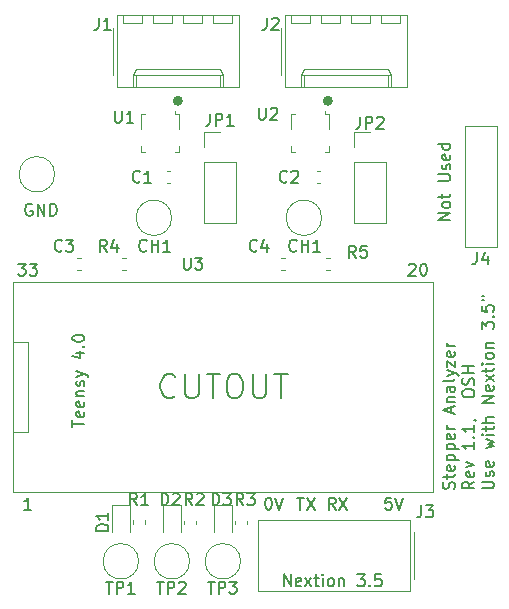
<source format=gbr>
G04 #@! TF.GenerationSoftware,KiCad,Pcbnew,(5.1.6)-1*
G04 #@! TF.CreationDate,2020-07-11T11:36:55-07:00*
G04 #@! TF.ProjectId,stepper_analyzer,73746570-7065-4725-9f61-6e616c797a65,rev?*
G04 #@! TF.SameCoordinates,Original*
G04 #@! TF.FileFunction,Legend,Top*
G04 #@! TF.FilePolarity,Positive*
%FSLAX46Y46*%
G04 Gerber Fmt 4.6, Leading zero omitted, Abs format (unit mm)*
G04 Created by KiCad (PCBNEW (5.1.6)-1) date 2020-07-11 11:36:55*
%MOMM*%
%LPD*%
G01*
G04 APERTURE LIST*
%ADD10C,0.150000*%
%ADD11C,0.120000*%
%ADD12C,0.400000*%
G04 APERTURE END LIST*
D10*
X149042380Y-78531404D02*
X148042380Y-78531404D01*
X149042380Y-77959976D01*
X148042380Y-77959976D01*
X149042380Y-77340928D02*
X148994761Y-77436166D01*
X148947142Y-77483785D01*
X148851904Y-77531404D01*
X148566190Y-77531404D01*
X148470952Y-77483785D01*
X148423333Y-77436166D01*
X148375714Y-77340928D01*
X148375714Y-77198071D01*
X148423333Y-77102833D01*
X148470952Y-77055214D01*
X148566190Y-77007595D01*
X148851904Y-77007595D01*
X148947142Y-77055214D01*
X148994761Y-77102833D01*
X149042380Y-77198071D01*
X149042380Y-77340928D01*
X148375714Y-76721880D02*
X148375714Y-76340928D01*
X148042380Y-76579023D02*
X148899523Y-76579023D01*
X148994761Y-76531404D01*
X149042380Y-76436166D01*
X149042380Y-76340928D01*
X148042380Y-75245690D02*
X148851904Y-75245690D01*
X148947142Y-75198071D01*
X148994761Y-75150452D01*
X149042380Y-75055214D01*
X149042380Y-74864738D01*
X148994761Y-74769500D01*
X148947142Y-74721880D01*
X148851904Y-74674261D01*
X148042380Y-74674261D01*
X148994761Y-74245690D02*
X149042380Y-74150452D01*
X149042380Y-73959976D01*
X148994761Y-73864738D01*
X148899523Y-73817119D01*
X148851904Y-73817119D01*
X148756666Y-73864738D01*
X148709047Y-73959976D01*
X148709047Y-74102833D01*
X148661428Y-74198071D01*
X148566190Y-74245690D01*
X148518571Y-74245690D01*
X148423333Y-74198071D01*
X148375714Y-74102833D01*
X148375714Y-73959976D01*
X148423333Y-73864738D01*
X148994761Y-73007595D02*
X149042380Y-73102833D01*
X149042380Y-73293309D01*
X148994761Y-73388547D01*
X148899523Y-73436166D01*
X148518571Y-73436166D01*
X148423333Y-73388547D01*
X148375714Y-73293309D01*
X148375714Y-73102833D01*
X148423333Y-73007595D01*
X148518571Y-72959976D01*
X148613809Y-72959976D01*
X148709047Y-73436166D01*
X149042380Y-72102833D02*
X148042380Y-72102833D01*
X148994761Y-72102833D02*
X149042380Y-72198071D01*
X149042380Y-72388547D01*
X148994761Y-72483785D01*
X148947142Y-72531404D01*
X148851904Y-72579023D01*
X148566190Y-72579023D01*
X148470952Y-72531404D01*
X148423333Y-72483785D01*
X148375714Y-72388547D01*
X148375714Y-72198071D01*
X148423333Y-72102833D01*
X136035023Y-81129142D02*
X135987404Y-81176761D01*
X135844547Y-81224380D01*
X135749309Y-81224380D01*
X135606452Y-81176761D01*
X135511214Y-81081523D01*
X135463595Y-80986285D01*
X135415976Y-80795809D01*
X135415976Y-80652952D01*
X135463595Y-80462476D01*
X135511214Y-80367238D01*
X135606452Y-80272000D01*
X135749309Y-80224380D01*
X135844547Y-80224380D01*
X135987404Y-80272000D01*
X136035023Y-80319619D01*
X136463595Y-81224380D02*
X136463595Y-80224380D01*
X136463595Y-80700571D02*
X137035023Y-80700571D01*
X137035023Y-81224380D02*
X137035023Y-80224380D01*
X138035023Y-81224380D02*
X137463595Y-81224380D01*
X137749309Y-81224380D02*
X137749309Y-80224380D01*
X137654071Y-80367238D01*
X137558833Y-80462476D01*
X137463595Y-80510095D01*
X123335023Y-81129142D02*
X123287404Y-81176761D01*
X123144547Y-81224380D01*
X123049309Y-81224380D01*
X122906452Y-81176761D01*
X122811214Y-81081523D01*
X122763595Y-80986285D01*
X122715976Y-80795809D01*
X122715976Y-80652952D01*
X122763595Y-80462476D01*
X122811214Y-80367238D01*
X122906452Y-80272000D01*
X123049309Y-80224380D01*
X123144547Y-80224380D01*
X123287404Y-80272000D01*
X123335023Y-80319619D01*
X123763595Y-81224380D02*
X123763595Y-80224380D01*
X123763595Y-80700571D02*
X124335023Y-80700571D01*
X124335023Y-81224380D02*
X124335023Y-80224380D01*
X125335023Y-81224380D02*
X124763595Y-81224380D01*
X125049309Y-81224380D02*
X125049309Y-80224380D01*
X124954071Y-80367238D01*
X124858833Y-80462476D01*
X124763595Y-80510095D01*
X113635404Y-77224000D02*
X113540166Y-77176380D01*
X113397309Y-77176380D01*
X113254452Y-77224000D01*
X113159214Y-77319238D01*
X113111595Y-77414476D01*
X113063976Y-77604952D01*
X113063976Y-77747809D01*
X113111595Y-77938285D01*
X113159214Y-78033523D01*
X113254452Y-78128761D01*
X113397309Y-78176380D01*
X113492547Y-78176380D01*
X113635404Y-78128761D01*
X113683023Y-78081142D01*
X113683023Y-77747809D01*
X113492547Y-77747809D01*
X114111595Y-78176380D02*
X114111595Y-77176380D01*
X114683023Y-78176380D01*
X114683023Y-77176380D01*
X115159214Y-78176380D02*
X115159214Y-77176380D01*
X115397309Y-77176380D01*
X115540166Y-77224000D01*
X115635404Y-77319238D01*
X115683023Y-77414476D01*
X115730642Y-77604952D01*
X115730642Y-77747809D01*
X115683023Y-77938285D01*
X115635404Y-78033523D01*
X115540166Y-78128761D01*
X115397309Y-78176380D01*
X115159214Y-78176380D01*
X117054380Y-96073261D02*
X117054380Y-95501833D01*
X118054380Y-95787547D02*
X117054380Y-95787547D01*
X118006761Y-94787547D02*
X118054380Y-94882785D01*
X118054380Y-95073261D01*
X118006761Y-95168500D01*
X117911523Y-95216119D01*
X117530571Y-95216119D01*
X117435333Y-95168500D01*
X117387714Y-95073261D01*
X117387714Y-94882785D01*
X117435333Y-94787547D01*
X117530571Y-94739928D01*
X117625809Y-94739928D01*
X117721047Y-95216119D01*
X118006761Y-93930404D02*
X118054380Y-94025642D01*
X118054380Y-94216119D01*
X118006761Y-94311357D01*
X117911523Y-94358976D01*
X117530571Y-94358976D01*
X117435333Y-94311357D01*
X117387714Y-94216119D01*
X117387714Y-94025642D01*
X117435333Y-93930404D01*
X117530571Y-93882785D01*
X117625809Y-93882785D01*
X117721047Y-94358976D01*
X117387714Y-93454214D02*
X118054380Y-93454214D01*
X117482952Y-93454214D02*
X117435333Y-93406595D01*
X117387714Y-93311357D01*
X117387714Y-93168500D01*
X117435333Y-93073261D01*
X117530571Y-93025642D01*
X118054380Y-93025642D01*
X118006761Y-92597071D02*
X118054380Y-92501833D01*
X118054380Y-92311357D01*
X118006761Y-92216119D01*
X117911523Y-92168500D01*
X117863904Y-92168500D01*
X117768666Y-92216119D01*
X117721047Y-92311357D01*
X117721047Y-92454214D01*
X117673428Y-92549452D01*
X117578190Y-92597071D01*
X117530571Y-92597071D01*
X117435333Y-92549452D01*
X117387714Y-92454214D01*
X117387714Y-92311357D01*
X117435333Y-92216119D01*
X117387714Y-91835166D02*
X118054380Y-91597071D01*
X117387714Y-91358976D02*
X118054380Y-91597071D01*
X118292476Y-91692309D01*
X118340095Y-91739928D01*
X118387714Y-91835166D01*
X117387714Y-89787547D02*
X118054380Y-89787547D01*
X117006761Y-90025642D02*
X117721047Y-90263738D01*
X117721047Y-89644690D01*
X117959142Y-89263738D02*
X118006761Y-89216119D01*
X118054380Y-89263738D01*
X118006761Y-89311357D01*
X117959142Y-89263738D01*
X118054380Y-89263738D01*
X117054380Y-88597071D02*
X117054380Y-88501833D01*
X117102000Y-88406595D01*
X117149619Y-88358976D01*
X117244857Y-88311357D01*
X117435333Y-88263738D01*
X117673428Y-88263738D01*
X117863904Y-88311357D01*
X117959142Y-88358976D01*
X118006761Y-88406595D01*
X118054380Y-88501833D01*
X118054380Y-88597071D01*
X118006761Y-88692309D01*
X117959142Y-88739928D01*
X117863904Y-88787547D01*
X117673428Y-88835166D01*
X117435333Y-88835166D01*
X117244857Y-88787547D01*
X117149619Y-88739928D01*
X117102000Y-88692309D01*
X117054380Y-88597071D01*
X134955595Y-109545380D02*
X134955595Y-108545380D01*
X135527023Y-109545380D01*
X135527023Y-108545380D01*
X136384166Y-109497761D02*
X136288928Y-109545380D01*
X136098452Y-109545380D01*
X136003214Y-109497761D01*
X135955595Y-109402523D01*
X135955595Y-109021571D01*
X136003214Y-108926333D01*
X136098452Y-108878714D01*
X136288928Y-108878714D01*
X136384166Y-108926333D01*
X136431785Y-109021571D01*
X136431785Y-109116809D01*
X135955595Y-109212047D01*
X136765119Y-109545380D02*
X137288928Y-108878714D01*
X136765119Y-108878714D02*
X137288928Y-109545380D01*
X137527023Y-108878714D02*
X137907976Y-108878714D01*
X137669880Y-108545380D02*
X137669880Y-109402523D01*
X137717500Y-109497761D01*
X137812738Y-109545380D01*
X137907976Y-109545380D01*
X138241309Y-109545380D02*
X138241309Y-108878714D01*
X138241309Y-108545380D02*
X138193690Y-108593000D01*
X138241309Y-108640619D01*
X138288928Y-108593000D01*
X138241309Y-108545380D01*
X138241309Y-108640619D01*
X138860357Y-109545380D02*
X138765119Y-109497761D01*
X138717500Y-109450142D01*
X138669880Y-109354904D01*
X138669880Y-109069190D01*
X138717500Y-108973952D01*
X138765119Y-108926333D01*
X138860357Y-108878714D01*
X139003214Y-108878714D01*
X139098452Y-108926333D01*
X139146071Y-108973952D01*
X139193690Y-109069190D01*
X139193690Y-109354904D01*
X139146071Y-109450142D01*
X139098452Y-109497761D01*
X139003214Y-109545380D01*
X138860357Y-109545380D01*
X139622261Y-108878714D02*
X139622261Y-109545380D01*
X139622261Y-108973952D02*
X139669880Y-108926333D01*
X139765119Y-108878714D01*
X139907976Y-108878714D01*
X140003214Y-108926333D01*
X140050833Y-109021571D01*
X140050833Y-109545380D01*
X141193690Y-108545380D02*
X141812738Y-108545380D01*
X141479404Y-108926333D01*
X141622261Y-108926333D01*
X141717500Y-108973952D01*
X141765119Y-109021571D01*
X141812738Y-109116809D01*
X141812738Y-109354904D01*
X141765119Y-109450142D01*
X141717500Y-109497761D01*
X141622261Y-109545380D01*
X141336547Y-109545380D01*
X141241309Y-109497761D01*
X141193690Y-109450142D01*
X142241309Y-109450142D02*
X142288928Y-109497761D01*
X142241309Y-109545380D01*
X142193690Y-109497761D01*
X142241309Y-109450142D01*
X142241309Y-109545380D01*
X143193690Y-108545380D02*
X142717500Y-108545380D01*
X142669880Y-109021571D01*
X142717500Y-108973952D01*
X142812738Y-108926333D01*
X143050833Y-108926333D01*
X143146071Y-108973952D01*
X143193690Y-109021571D01*
X143241309Y-109116809D01*
X143241309Y-109354904D01*
X143193690Y-109450142D01*
X143146071Y-109497761D01*
X143050833Y-109545380D01*
X142812738Y-109545380D01*
X142717500Y-109497761D01*
X142669880Y-109450142D01*
X144067785Y-102068380D02*
X143591595Y-102068380D01*
X143543976Y-102544571D01*
X143591595Y-102496952D01*
X143686833Y-102449333D01*
X143924928Y-102449333D01*
X144020166Y-102496952D01*
X144067785Y-102544571D01*
X144115404Y-102639809D01*
X144115404Y-102877904D01*
X144067785Y-102973142D01*
X144020166Y-103020761D01*
X143924928Y-103068380D01*
X143686833Y-103068380D01*
X143591595Y-103020761D01*
X143543976Y-102973142D01*
X144401119Y-102068380D02*
X144734452Y-103068380D01*
X145067785Y-102068380D01*
X133622071Y-102068380D02*
X133717309Y-102068380D01*
X133812547Y-102116000D01*
X133860166Y-102163619D01*
X133907785Y-102258857D01*
X133955404Y-102449333D01*
X133955404Y-102687428D01*
X133907785Y-102877904D01*
X133860166Y-102973142D01*
X133812547Y-103020761D01*
X133717309Y-103068380D01*
X133622071Y-103068380D01*
X133526833Y-103020761D01*
X133479214Y-102973142D01*
X133431595Y-102877904D01*
X133383976Y-102687428D01*
X133383976Y-102449333D01*
X133431595Y-102258857D01*
X133479214Y-102163619D01*
X133526833Y-102116000D01*
X133622071Y-102068380D01*
X134241119Y-102068380D02*
X134574452Y-103068380D01*
X134907785Y-102068380D01*
X136082738Y-102068380D02*
X136654166Y-102068380D01*
X136368452Y-103068380D02*
X136368452Y-102068380D01*
X136892261Y-102068380D02*
X137558928Y-103068380D01*
X137558928Y-102068380D02*
X136892261Y-103068380D01*
X139337023Y-103068380D02*
X139003690Y-102592190D01*
X138765595Y-103068380D02*
X138765595Y-102068380D01*
X139146547Y-102068380D01*
X139241785Y-102116000D01*
X139289404Y-102163619D01*
X139337023Y-102258857D01*
X139337023Y-102401714D01*
X139289404Y-102496952D01*
X139241785Y-102544571D01*
X139146547Y-102592190D01*
X138765595Y-102592190D01*
X139670357Y-102068380D02*
X140337023Y-103068380D01*
X140337023Y-102068380D02*
X139670357Y-103068380D01*
X149376761Y-101312023D02*
X149424380Y-101169166D01*
X149424380Y-100931071D01*
X149376761Y-100835833D01*
X149329142Y-100788214D01*
X149233904Y-100740595D01*
X149138666Y-100740595D01*
X149043428Y-100788214D01*
X148995809Y-100835833D01*
X148948190Y-100931071D01*
X148900571Y-101121547D01*
X148852952Y-101216785D01*
X148805333Y-101264404D01*
X148710095Y-101312023D01*
X148614857Y-101312023D01*
X148519619Y-101264404D01*
X148472000Y-101216785D01*
X148424380Y-101121547D01*
X148424380Y-100883452D01*
X148472000Y-100740595D01*
X148757714Y-100454880D02*
X148757714Y-100073928D01*
X148424380Y-100312023D02*
X149281523Y-100312023D01*
X149376761Y-100264404D01*
X149424380Y-100169166D01*
X149424380Y-100073928D01*
X149376761Y-99359642D02*
X149424380Y-99454880D01*
X149424380Y-99645357D01*
X149376761Y-99740595D01*
X149281523Y-99788214D01*
X148900571Y-99788214D01*
X148805333Y-99740595D01*
X148757714Y-99645357D01*
X148757714Y-99454880D01*
X148805333Y-99359642D01*
X148900571Y-99312023D01*
X148995809Y-99312023D01*
X149091047Y-99788214D01*
X148757714Y-98883452D02*
X149757714Y-98883452D01*
X148805333Y-98883452D02*
X148757714Y-98788214D01*
X148757714Y-98597738D01*
X148805333Y-98502500D01*
X148852952Y-98454880D01*
X148948190Y-98407261D01*
X149233904Y-98407261D01*
X149329142Y-98454880D01*
X149376761Y-98502500D01*
X149424380Y-98597738D01*
X149424380Y-98788214D01*
X149376761Y-98883452D01*
X148757714Y-97978690D02*
X149757714Y-97978690D01*
X148805333Y-97978690D02*
X148757714Y-97883452D01*
X148757714Y-97692976D01*
X148805333Y-97597738D01*
X148852952Y-97550119D01*
X148948190Y-97502500D01*
X149233904Y-97502500D01*
X149329142Y-97550119D01*
X149376761Y-97597738D01*
X149424380Y-97692976D01*
X149424380Y-97883452D01*
X149376761Y-97978690D01*
X149376761Y-96692976D02*
X149424380Y-96788214D01*
X149424380Y-96978690D01*
X149376761Y-97073928D01*
X149281523Y-97121547D01*
X148900571Y-97121547D01*
X148805333Y-97073928D01*
X148757714Y-96978690D01*
X148757714Y-96788214D01*
X148805333Y-96692976D01*
X148900571Y-96645357D01*
X148995809Y-96645357D01*
X149091047Y-97121547D01*
X149424380Y-96216785D02*
X148757714Y-96216785D01*
X148948190Y-96216785D02*
X148852952Y-96169166D01*
X148805333Y-96121547D01*
X148757714Y-96026309D01*
X148757714Y-95931071D01*
X149138666Y-94883452D02*
X149138666Y-94407261D01*
X149424380Y-94978690D02*
X148424380Y-94645357D01*
X149424380Y-94312023D01*
X148757714Y-93978690D02*
X149424380Y-93978690D01*
X148852952Y-93978690D02*
X148805333Y-93931071D01*
X148757714Y-93835833D01*
X148757714Y-93692976D01*
X148805333Y-93597738D01*
X148900571Y-93550119D01*
X149424380Y-93550119D01*
X149424380Y-92645357D02*
X148900571Y-92645357D01*
X148805333Y-92692976D01*
X148757714Y-92788214D01*
X148757714Y-92978690D01*
X148805333Y-93073928D01*
X149376761Y-92645357D02*
X149424380Y-92740595D01*
X149424380Y-92978690D01*
X149376761Y-93073928D01*
X149281523Y-93121547D01*
X149186285Y-93121547D01*
X149091047Y-93073928D01*
X149043428Y-92978690D01*
X149043428Y-92740595D01*
X148995809Y-92645357D01*
X149424380Y-92026309D02*
X149376761Y-92121547D01*
X149281523Y-92169166D01*
X148424380Y-92169166D01*
X148757714Y-91740595D02*
X149424380Y-91502500D01*
X148757714Y-91264404D02*
X149424380Y-91502500D01*
X149662476Y-91597738D01*
X149710095Y-91645357D01*
X149757714Y-91740595D01*
X148757714Y-90978690D02*
X148757714Y-90454880D01*
X149424380Y-90978690D01*
X149424380Y-90454880D01*
X149376761Y-89692976D02*
X149424380Y-89788214D01*
X149424380Y-89978690D01*
X149376761Y-90073928D01*
X149281523Y-90121547D01*
X148900571Y-90121547D01*
X148805333Y-90073928D01*
X148757714Y-89978690D01*
X148757714Y-89788214D01*
X148805333Y-89692976D01*
X148900571Y-89645357D01*
X148995809Y-89645357D01*
X149091047Y-90121547D01*
X149424380Y-89216785D02*
X148757714Y-89216785D01*
X148948190Y-89216785D02*
X148852952Y-89169166D01*
X148805333Y-89121547D01*
X148757714Y-89026309D01*
X148757714Y-88931071D01*
X151074380Y-100692976D02*
X150598190Y-101026309D01*
X151074380Y-101264404D02*
X150074380Y-101264404D01*
X150074380Y-100883452D01*
X150122000Y-100788214D01*
X150169619Y-100740595D01*
X150264857Y-100692976D01*
X150407714Y-100692976D01*
X150502952Y-100740595D01*
X150550571Y-100788214D01*
X150598190Y-100883452D01*
X150598190Y-101264404D01*
X151026761Y-99883452D02*
X151074380Y-99978690D01*
X151074380Y-100169166D01*
X151026761Y-100264404D01*
X150931523Y-100312023D01*
X150550571Y-100312023D01*
X150455333Y-100264404D01*
X150407714Y-100169166D01*
X150407714Y-99978690D01*
X150455333Y-99883452D01*
X150550571Y-99835833D01*
X150645809Y-99835833D01*
X150741047Y-100312023D01*
X150407714Y-99502500D02*
X151074380Y-99264404D01*
X150407714Y-99026309D01*
X151074380Y-97359642D02*
X151074380Y-97931071D01*
X151074380Y-97645357D02*
X150074380Y-97645357D01*
X150217238Y-97740595D01*
X150312476Y-97835833D01*
X150360095Y-97931071D01*
X150979142Y-96931071D02*
X151026761Y-96883452D01*
X151074380Y-96931071D01*
X151026761Y-96978690D01*
X150979142Y-96931071D01*
X151074380Y-96931071D01*
X151074380Y-95931071D02*
X151074380Y-96502500D01*
X151074380Y-96216785D02*
X150074380Y-96216785D01*
X150217238Y-96312023D01*
X150312476Y-96407261D01*
X150360095Y-96502500D01*
X151026761Y-95454880D02*
X151074380Y-95454880D01*
X151169619Y-95502500D01*
X151217238Y-95550119D01*
X150074380Y-93312023D02*
X150074380Y-93121547D01*
X150122000Y-93026309D01*
X150217238Y-92931071D01*
X150407714Y-92883452D01*
X150741047Y-92883452D01*
X150931523Y-92931071D01*
X151026761Y-93026309D01*
X151074380Y-93121547D01*
X151074380Y-93312023D01*
X151026761Y-93407261D01*
X150931523Y-93502500D01*
X150741047Y-93550119D01*
X150407714Y-93550119D01*
X150217238Y-93502500D01*
X150122000Y-93407261D01*
X150074380Y-93312023D01*
X151026761Y-92502500D02*
X151074380Y-92359642D01*
X151074380Y-92121547D01*
X151026761Y-92026309D01*
X150979142Y-91978690D01*
X150883904Y-91931071D01*
X150788666Y-91931071D01*
X150693428Y-91978690D01*
X150645809Y-92026309D01*
X150598190Y-92121547D01*
X150550571Y-92312023D01*
X150502952Y-92407261D01*
X150455333Y-92454880D01*
X150360095Y-92502500D01*
X150264857Y-92502500D01*
X150169619Y-92454880D01*
X150122000Y-92407261D01*
X150074380Y-92312023D01*
X150074380Y-92073928D01*
X150122000Y-91931071D01*
X151074380Y-91502500D02*
X150074380Y-91502500D01*
X150550571Y-91502500D02*
X150550571Y-90931071D01*
X151074380Y-90931071D02*
X150074380Y-90931071D01*
X151724380Y-101264404D02*
X152533904Y-101264404D01*
X152629142Y-101216785D01*
X152676761Y-101169166D01*
X152724380Y-101073928D01*
X152724380Y-100883452D01*
X152676761Y-100788214D01*
X152629142Y-100740595D01*
X152533904Y-100692976D01*
X151724380Y-100692976D01*
X152676761Y-100264404D02*
X152724380Y-100169166D01*
X152724380Y-99978690D01*
X152676761Y-99883452D01*
X152581523Y-99835833D01*
X152533904Y-99835833D01*
X152438666Y-99883452D01*
X152391047Y-99978690D01*
X152391047Y-100121547D01*
X152343428Y-100216785D01*
X152248190Y-100264404D01*
X152200571Y-100264404D01*
X152105333Y-100216785D01*
X152057714Y-100121547D01*
X152057714Y-99978690D01*
X152105333Y-99883452D01*
X152676761Y-99026309D02*
X152724380Y-99121547D01*
X152724380Y-99312023D01*
X152676761Y-99407261D01*
X152581523Y-99454880D01*
X152200571Y-99454880D01*
X152105333Y-99407261D01*
X152057714Y-99312023D01*
X152057714Y-99121547D01*
X152105333Y-99026309D01*
X152200571Y-98978690D01*
X152295809Y-98978690D01*
X152391047Y-99454880D01*
X152057714Y-97883452D02*
X152724380Y-97692976D01*
X152248190Y-97502500D01*
X152724380Y-97312023D01*
X152057714Y-97121547D01*
X152724380Y-96740595D02*
X152057714Y-96740595D01*
X151724380Y-96740595D02*
X151772000Y-96788214D01*
X151819619Y-96740595D01*
X151772000Y-96692976D01*
X151724380Y-96740595D01*
X151819619Y-96740595D01*
X152057714Y-96407261D02*
X152057714Y-96026309D01*
X151724380Y-96264404D02*
X152581523Y-96264404D01*
X152676761Y-96216785D01*
X152724380Y-96121547D01*
X152724380Y-96026309D01*
X152724380Y-95692976D02*
X151724380Y-95692976D01*
X152724380Y-95264404D02*
X152200571Y-95264404D01*
X152105333Y-95312023D01*
X152057714Y-95407261D01*
X152057714Y-95550119D01*
X152105333Y-95645357D01*
X152152952Y-95692976D01*
X152724380Y-94026309D02*
X151724380Y-94026309D01*
X152724380Y-93454880D01*
X151724380Y-93454880D01*
X152676761Y-92597738D02*
X152724380Y-92692976D01*
X152724380Y-92883452D01*
X152676761Y-92978690D01*
X152581523Y-93026309D01*
X152200571Y-93026309D01*
X152105333Y-92978690D01*
X152057714Y-92883452D01*
X152057714Y-92692976D01*
X152105333Y-92597738D01*
X152200571Y-92550119D01*
X152295809Y-92550119D01*
X152391047Y-93026309D01*
X152724380Y-92216785D02*
X152057714Y-91692976D01*
X152057714Y-92216785D02*
X152724380Y-91692976D01*
X152057714Y-91454880D02*
X152057714Y-91073928D01*
X151724380Y-91312023D02*
X152581523Y-91312023D01*
X152676761Y-91264404D01*
X152724380Y-91169166D01*
X152724380Y-91073928D01*
X152724380Y-90740595D02*
X152057714Y-90740595D01*
X151724380Y-90740595D02*
X151772000Y-90788214D01*
X151819619Y-90740595D01*
X151772000Y-90692976D01*
X151724380Y-90740595D01*
X151819619Y-90740595D01*
X152724380Y-90121547D02*
X152676761Y-90216785D01*
X152629142Y-90264404D01*
X152533904Y-90312023D01*
X152248190Y-90312023D01*
X152152952Y-90264404D01*
X152105333Y-90216785D01*
X152057714Y-90121547D01*
X152057714Y-89978690D01*
X152105333Y-89883452D01*
X152152952Y-89835833D01*
X152248190Y-89788214D01*
X152533904Y-89788214D01*
X152629142Y-89835833D01*
X152676761Y-89883452D01*
X152724380Y-89978690D01*
X152724380Y-90121547D01*
X152057714Y-89359642D02*
X152724380Y-89359642D01*
X152152952Y-89359642D02*
X152105333Y-89312023D01*
X152057714Y-89216785D01*
X152057714Y-89073928D01*
X152105333Y-88978690D01*
X152200571Y-88931071D01*
X152724380Y-88931071D01*
X151724380Y-87788214D02*
X151724380Y-87169166D01*
X152105333Y-87502500D01*
X152105333Y-87359642D01*
X152152952Y-87264404D01*
X152200571Y-87216785D01*
X152295809Y-87169166D01*
X152533904Y-87169166D01*
X152629142Y-87216785D01*
X152676761Y-87264404D01*
X152724380Y-87359642D01*
X152724380Y-87645357D01*
X152676761Y-87740595D01*
X152629142Y-87788214D01*
X152629142Y-86740595D02*
X152676761Y-86692976D01*
X152724380Y-86740595D01*
X152676761Y-86788214D01*
X152629142Y-86740595D01*
X152724380Y-86740595D01*
X151724380Y-85788214D02*
X151724380Y-86264404D01*
X152200571Y-86312023D01*
X152152952Y-86264404D01*
X152105333Y-86169166D01*
X152105333Y-85931071D01*
X152152952Y-85835833D01*
X152200571Y-85788214D01*
X152295809Y-85740595D01*
X152533904Y-85740595D01*
X152629142Y-85788214D01*
X152676761Y-85835833D01*
X152724380Y-85931071D01*
X152724380Y-86169166D01*
X152676761Y-86264404D01*
X152629142Y-86312023D01*
X151724380Y-85359642D02*
X151914857Y-85359642D01*
X151724380Y-84978690D02*
X151914857Y-84978690D01*
X112474476Y-82256380D02*
X113093523Y-82256380D01*
X112760190Y-82637333D01*
X112903047Y-82637333D01*
X112998285Y-82684952D01*
X113045904Y-82732571D01*
X113093523Y-82827809D01*
X113093523Y-83065904D01*
X113045904Y-83161142D01*
X112998285Y-83208761D01*
X112903047Y-83256380D01*
X112617333Y-83256380D01*
X112522095Y-83208761D01*
X112474476Y-83161142D01*
X113426857Y-82256380D02*
X114045904Y-82256380D01*
X113712571Y-82637333D01*
X113855428Y-82637333D01*
X113950666Y-82684952D01*
X113998285Y-82732571D01*
X114045904Y-82827809D01*
X114045904Y-83065904D01*
X113998285Y-83161142D01*
X113950666Y-83208761D01*
X113855428Y-83256380D01*
X113569714Y-83256380D01*
X113474476Y-83208761D01*
X113426857Y-83161142D01*
X145542095Y-82351619D02*
X145589714Y-82304000D01*
X145684952Y-82256380D01*
X145923047Y-82256380D01*
X146018285Y-82304000D01*
X146065904Y-82351619D01*
X146113523Y-82446857D01*
X146113523Y-82542095D01*
X146065904Y-82684952D01*
X145494476Y-83256380D01*
X146113523Y-83256380D01*
X146732571Y-82256380D02*
X146827809Y-82256380D01*
X146923047Y-82304000D01*
X146970666Y-82351619D01*
X147018285Y-82446857D01*
X147065904Y-82637333D01*
X147065904Y-82875428D01*
X147018285Y-83065904D01*
X146970666Y-83161142D01*
X146923047Y-83208761D01*
X146827809Y-83256380D01*
X146732571Y-83256380D01*
X146637333Y-83208761D01*
X146589714Y-83161142D01*
X146542095Y-83065904D01*
X146494476Y-82875428D01*
X146494476Y-82637333D01*
X146542095Y-82446857D01*
X146589714Y-82351619D01*
X146637333Y-82304000D01*
X146732571Y-82256380D01*
X113569714Y-103068380D02*
X112998285Y-103068380D01*
X113284000Y-103068380D02*
X113284000Y-102068380D01*
X113188761Y-102211238D01*
X113093523Y-102306476D01*
X112998285Y-102354095D01*
D11*
X126080000Y-72820000D02*
X125710000Y-72820000D01*
X123210000Y-72820000D02*
X122840000Y-72820000D01*
X123210000Y-69580000D02*
X122840000Y-69580000D01*
X126080000Y-69580000D02*
X125710000Y-69580000D01*
X126080000Y-69580000D02*
X126080000Y-70870000D01*
X122840000Y-69580000D02*
X122840000Y-70870000D01*
X126080000Y-72820000D02*
X126080000Y-72320000D01*
X122840000Y-72820000D02*
X122840000Y-72320000D01*
X125710000Y-69580000D02*
X125710000Y-69320000D01*
D12*
X126204000Y-68453000D02*
G75*
G03*
X126204000Y-68453000I-220000J0D01*
G01*
D11*
X138780000Y-72820000D02*
X138410000Y-72820000D01*
X135910000Y-72820000D02*
X135540000Y-72820000D01*
X135910000Y-69580000D02*
X135540000Y-69580000D01*
X138780000Y-69580000D02*
X138410000Y-69580000D01*
X138780000Y-69580000D02*
X138780000Y-70870000D01*
X135540000Y-69580000D02*
X135540000Y-70870000D01*
X138780000Y-72820000D02*
X138780000Y-72320000D01*
X135540000Y-72820000D02*
X135540000Y-72320000D01*
X138410000Y-69580000D02*
X138410000Y-69320000D01*
D12*
X138904000Y-68453000D02*
G75*
G03*
X138904000Y-68453000I-220000J0D01*
G01*
D11*
X152968000Y-80832000D02*
X150308000Y-80832000D01*
X150308000Y-80832000D02*
X150308000Y-70552000D01*
X152968000Y-80832000D02*
X152968000Y-70552000D01*
X152968000Y-70552000D02*
X150308000Y-70552000D01*
X145652000Y-109964000D02*
X145652000Y-103944000D01*
X145652000Y-103944000D02*
X132732000Y-103944000D01*
X132732000Y-103944000D02*
X132732000Y-109964000D01*
X132732000Y-109964000D02*
X145652000Y-109964000D01*
X145942000Y-108934000D02*
X145942000Y-104934000D01*
X126976000Y-107442000D02*
G75*
G03*
X126976000Y-107442000I-1500000J0D01*
G01*
X113284000Y-96520000D02*
X112014000Y-96520000D01*
X113284000Y-88900000D02*
X113284000Y-96520000D01*
X112014000Y-88900000D02*
X113284000Y-88900000D01*
X112014000Y-101600000D02*
X112014000Y-83820000D01*
X147574000Y-101600000D02*
X112014000Y-101600000D01*
X147574000Y-83820000D02*
X147574000Y-101600000D01*
X112014000Y-83820000D02*
X147574000Y-83820000D01*
X130808000Y-104328279D02*
X130808000Y-104002721D01*
X131828000Y-104328279D02*
X131828000Y-104002721D01*
X138521221Y-81786000D02*
X138846779Y-81786000D01*
X138521221Y-82806000D02*
X138846779Y-82806000D01*
X121249221Y-81786000D02*
X121574779Y-81786000D01*
X121249221Y-82806000D02*
X121574779Y-82806000D01*
X126490000Y-104328279D02*
X126490000Y-104002721D01*
X127510000Y-104328279D02*
X127510000Y-104002721D01*
X122172000Y-104277279D02*
X122172000Y-103951721D01*
X123192000Y-104277279D02*
X123192000Y-103951721D01*
X125452000Y-78359000D02*
G75*
G03*
X125452000Y-78359000I-1500000J0D01*
G01*
X128210000Y-78800000D02*
X130870000Y-78800000D01*
X128210000Y-73660000D02*
X128210000Y-78800000D01*
X130870000Y-73660000D02*
X130870000Y-78800000D01*
X128210000Y-73660000D02*
X130870000Y-73660000D01*
X128210000Y-72390000D02*
X128210000Y-71060000D01*
X128210000Y-71060000D02*
X129540000Y-71060000D01*
X138152000Y-78359000D02*
G75*
G03*
X138152000Y-78359000I-1500000J0D01*
G01*
X115546000Y-74676000D02*
G75*
G03*
X115546000Y-74676000I-1500000J0D01*
G01*
X131294000Y-107442000D02*
G75*
G03*
X131294000Y-107442000I-1500000J0D01*
G01*
X122658000Y-107442000D02*
G75*
G03*
X122658000Y-107442000I-1500000J0D01*
G01*
X137733721Y-74420000D02*
X138059279Y-74420000D01*
X137733721Y-75440000D02*
X138059279Y-75440000D01*
X125033721Y-74420000D02*
X125359279Y-74420000D01*
X125033721Y-75440000D02*
X125359279Y-75440000D01*
X117439221Y-81786000D02*
X117764779Y-81786000D01*
X117439221Y-82806000D02*
X117764779Y-82806000D01*
X134711221Y-81786000D02*
X135036779Y-81786000D01*
X134711221Y-82806000D02*
X135036779Y-82806000D01*
X121893000Y-104965500D02*
X121893000Y-102680500D01*
X121893000Y-102680500D02*
X120423000Y-102680500D01*
X120423000Y-102680500D02*
X120423000Y-104965500D01*
X126211000Y-104965500D02*
X126211000Y-102680500D01*
X126211000Y-102680500D02*
X124741000Y-102680500D01*
X124741000Y-102680500D02*
X124741000Y-104965500D01*
X130529000Y-104965500D02*
X130529000Y-102680500D01*
X130529000Y-102680500D02*
X129059000Y-102680500D01*
X129059000Y-102680500D02*
X129059000Y-104965500D01*
X120794000Y-61232000D02*
X120794000Y-67252000D01*
X120794000Y-67252000D02*
X131174000Y-67252000D01*
X131174000Y-67252000D02*
X131174000Y-61232000D01*
X131174000Y-61232000D02*
X120794000Y-61232000D01*
X120504000Y-62262000D02*
X120504000Y-66262000D01*
X122174000Y-67252000D02*
X122174000Y-66252000D01*
X122174000Y-66252000D02*
X129794000Y-66252000D01*
X129794000Y-66252000D02*
X129794000Y-67252000D01*
X122174000Y-66252000D02*
X122424000Y-65722000D01*
X122424000Y-65722000D02*
X129544000Y-65722000D01*
X129544000Y-65722000D02*
X129794000Y-66252000D01*
X122424000Y-67252000D02*
X122424000Y-66252000D01*
X129544000Y-67252000D02*
X129544000Y-66252000D01*
X121374000Y-61232000D02*
X121374000Y-61832000D01*
X121374000Y-61832000D02*
X122974000Y-61832000D01*
X122974000Y-61832000D02*
X122974000Y-61232000D01*
X123914000Y-61232000D02*
X123914000Y-61832000D01*
X123914000Y-61832000D02*
X125514000Y-61832000D01*
X125514000Y-61832000D02*
X125514000Y-61232000D01*
X126454000Y-61232000D02*
X126454000Y-61832000D01*
X126454000Y-61832000D02*
X128054000Y-61832000D01*
X128054000Y-61832000D02*
X128054000Y-61232000D01*
X128994000Y-61232000D02*
X128994000Y-61832000D01*
X128994000Y-61832000D02*
X130594000Y-61832000D01*
X130594000Y-61832000D02*
X130594000Y-61232000D01*
X135018000Y-61232000D02*
X135018000Y-67252000D01*
X135018000Y-67252000D02*
X145398000Y-67252000D01*
X145398000Y-67252000D02*
X145398000Y-61232000D01*
X145398000Y-61232000D02*
X135018000Y-61232000D01*
X134728000Y-62262000D02*
X134728000Y-66262000D01*
X136398000Y-67252000D02*
X136398000Y-66252000D01*
X136398000Y-66252000D02*
X144018000Y-66252000D01*
X144018000Y-66252000D02*
X144018000Y-67252000D01*
X136398000Y-66252000D02*
X136648000Y-65722000D01*
X136648000Y-65722000D02*
X143768000Y-65722000D01*
X143768000Y-65722000D02*
X144018000Y-66252000D01*
X136648000Y-67252000D02*
X136648000Y-66252000D01*
X143768000Y-67252000D02*
X143768000Y-66252000D01*
X135598000Y-61232000D02*
X135598000Y-61832000D01*
X135598000Y-61832000D02*
X137198000Y-61832000D01*
X137198000Y-61832000D02*
X137198000Y-61232000D01*
X138138000Y-61232000D02*
X138138000Y-61832000D01*
X138138000Y-61832000D02*
X139738000Y-61832000D01*
X139738000Y-61832000D02*
X139738000Y-61232000D01*
X140678000Y-61232000D02*
X140678000Y-61832000D01*
X140678000Y-61832000D02*
X142278000Y-61832000D01*
X142278000Y-61832000D02*
X142278000Y-61232000D01*
X143218000Y-61232000D02*
X143218000Y-61832000D01*
X143218000Y-61832000D02*
X144818000Y-61832000D01*
X144818000Y-61832000D02*
X144818000Y-61232000D01*
X140910000Y-78800000D02*
X143570000Y-78800000D01*
X140910000Y-73660000D02*
X140910000Y-78800000D01*
X143570000Y-73660000D02*
X143570000Y-78800000D01*
X140910000Y-73660000D02*
X143570000Y-73660000D01*
X140910000Y-72390000D02*
X140910000Y-71060000D01*
X140910000Y-71060000D02*
X142240000Y-71060000D01*
D10*
X120650095Y-69302380D02*
X120650095Y-70111904D01*
X120697714Y-70207142D01*
X120745333Y-70254761D01*
X120840571Y-70302380D01*
X121031047Y-70302380D01*
X121126285Y-70254761D01*
X121173904Y-70207142D01*
X121221523Y-70111904D01*
X121221523Y-69302380D01*
X122221523Y-70302380D02*
X121650095Y-70302380D01*
X121935809Y-70302380D02*
X121935809Y-69302380D01*
X121840571Y-69445238D01*
X121745333Y-69540476D01*
X121650095Y-69588095D01*
X132842095Y-69048380D02*
X132842095Y-69857904D01*
X132889714Y-69953142D01*
X132937333Y-70000761D01*
X133032571Y-70048380D01*
X133223047Y-70048380D01*
X133318285Y-70000761D01*
X133365904Y-69953142D01*
X133413523Y-69857904D01*
X133413523Y-69048380D01*
X133842095Y-69143619D02*
X133889714Y-69096000D01*
X133984952Y-69048380D01*
X134223047Y-69048380D01*
X134318285Y-69096000D01*
X134365904Y-69143619D01*
X134413523Y-69238857D01*
X134413523Y-69334095D01*
X134365904Y-69476952D01*
X133794476Y-70048380D01*
X134413523Y-70048380D01*
X151304666Y-81284380D02*
X151304666Y-81998666D01*
X151257047Y-82141523D01*
X151161809Y-82236761D01*
X151018952Y-82284380D01*
X150923714Y-82284380D01*
X152209428Y-81617714D02*
X152209428Y-82284380D01*
X151971333Y-81236761D02*
X151733238Y-81951047D01*
X152352285Y-81951047D01*
X146605666Y-102703380D02*
X146605666Y-103417666D01*
X146558047Y-103560523D01*
X146462809Y-103655761D01*
X146319952Y-103703380D01*
X146224714Y-103703380D01*
X146986619Y-102703380D02*
X147605666Y-102703380D01*
X147272333Y-103084333D01*
X147415190Y-103084333D01*
X147510428Y-103131952D01*
X147558047Y-103179571D01*
X147605666Y-103274809D01*
X147605666Y-103512904D01*
X147558047Y-103608142D01*
X147510428Y-103655761D01*
X147415190Y-103703380D01*
X147129476Y-103703380D01*
X147034238Y-103655761D01*
X146986619Y-103608142D01*
X124214095Y-109180380D02*
X124785523Y-109180380D01*
X124499809Y-110180380D02*
X124499809Y-109180380D01*
X125118857Y-110180380D02*
X125118857Y-109180380D01*
X125499809Y-109180380D01*
X125595047Y-109228000D01*
X125642666Y-109275619D01*
X125690285Y-109370857D01*
X125690285Y-109513714D01*
X125642666Y-109608952D01*
X125595047Y-109656571D01*
X125499809Y-109704190D01*
X125118857Y-109704190D01*
X126071238Y-109275619D02*
X126118857Y-109228000D01*
X126214095Y-109180380D01*
X126452190Y-109180380D01*
X126547428Y-109228000D01*
X126595047Y-109275619D01*
X126642666Y-109370857D01*
X126642666Y-109466095D01*
X126595047Y-109608952D01*
X126023619Y-110180380D01*
X126642666Y-110180380D01*
X126492095Y-81748380D02*
X126492095Y-82557904D01*
X126539714Y-82653142D01*
X126587333Y-82700761D01*
X126682571Y-82748380D01*
X126873047Y-82748380D01*
X126968285Y-82700761D01*
X127015904Y-82653142D01*
X127063523Y-82557904D01*
X127063523Y-81748380D01*
X127444476Y-81748380D02*
X128063523Y-81748380D01*
X127730190Y-82129333D01*
X127873047Y-82129333D01*
X127968285Y-82176952D01*
X128015904Y-82224571D01*
X128063523Y-82319809D01*
X128063523Y-82557904D01*
X128015904Y-82653142D01*
X127968285Y-82700761D01*
X127873047Y-82748380D01*
X127587333Y-82748380D01*
X127492095Y-82700761D01*
X127444476Y-82653142D01*
X125746380Y-93424285D02*
X125651142Y-93519523D01*
X125365428Y-93614761D01*
X125174952Y-93614761D01*
X124889238Y-93519523D01*
X124698761Y-93329047D01*
X124603523Y-93138571D01*
X124508285Y-92757619D01*
X124508285Y-92471904D01*
X124603523Y-92090952D01*
X124698761Y-91900476D01*
X124889238Y-91710000D01*
X125174952Y-91614761D01*
X125365428Y-91614761D01*
X125651142Y-91710000D01*
X125746380Y-91805238D01*
X126603523Y-91614761D02*
X126603523Y-93233809D01*
X126698761Y-93424285D01*
X126794000Y-93519523D01*
X126984476Y-93614761D01*
X127365428Y-93614761D01*
X127555904Y-93519523D01*
X127651142Y-93424285D01*
X127746380Y-93233809D01*
X127746380Y-91614761D01*
X128413047Y-91614761D02*
X129555904Y-91614761D01*
X128984476Y-93614761D02*
X128984476Y-91614761D01*
X130603523Y-91614761D02*
X130984476Y-91614761D01*
X131174952Y-91710000D01*
X131365428Y-91900476D01*
X131460666Y-92281428D01*
X131460666Y-92948095D01*
X131365428Y-93329047D01*
X131174952Y-93519523D01*
X130984476Y-93614761D01*
X130603523Y-93614761D01*
X130413047Y-93519523D01*
X130222571Y-93329047D01*
X130127333Y-92948095D01*
X130127333Y-92281428D01*
X130222571Y-91900476D01*
X130413047Y-91710000D01*
X130603523Y-91614761D01*
X132317809Y-91614761D02*
X132317809Y-93233809D01*
X132413047Y-93424285D01*
X132508285Y-93519523D01*
X132698761Y-93614761D01*
X133079714Y-93614761D01*
X133270190Y-93519523D01*
X133365428Y-93424285D01*
X133460666Y-93233809D01*
X133460666Y-91614761D01*
X134127333Y-91614761D02*
X135270190Y-91614761D01*
X134698761Y-93614761D02*
X134698761Y-91614761D01*
X131532333Y-102687380D02*
X131199000Y-102211190D01*
X130960904Y-102687380D02*
X130960904Y-101687380D01*
X131341857Y-101687380D01*
X131437095Y-101735000D01*
X131484714Y-101782619D01*
X131532333Y-101877857D01*
X131532333Y-102020714D01*
X131484714Y-102115952D01*
X131437095Y-102163571D01*
X131341857Y-102211190D01*
X130960904Y-102211190D01*
X131865666Y-101687380D02*
X132484714Y-101687380D01*
X132151380Y-102068333D01*
X132294238Y-102068333D01*
X132389476Y-102115952D01*
X132437095Y-102163571D01*
X132484714Y-102258809D01*
X132484714Y-102496904D01*
X132437095Y-102592142D01*
X132389476Y-102639761D01*
X132294238Y-102687380D01*
X132008523Y-102687380D01*
X131913285Y-102639761D01*
X131865666Y-102592142D01*
X141057333Y-81732380D02*
X140724000Y-81256190D01*
X140485904Y-81732380D02*
X140485904Y-80732380D01*
X140866857Y-80732380D01*
X140962095Y-80780000D01*
X141009714Y-80827619D01*
X141057333Y-80922857D01*
X141057333Y-81065714D01*
X141009714Y-81160952D01*
X140962095Y-81208571D01*
X140866857Y-81256190D01*
X140485904Y-81256190D01*
X141962095Y-80732380D02*
X141485904Y-80732380D01*
X141438285Y-81208571D01*
X141485904Y-81160952D01*
X141581142Y-81113333D01*
X141819238Y-81113333D01*
X141914476Y-81160952D01*
X141962095Y-81208571D01*
X142009714Y-81303809D01*
X142009714Y-81541904D01*
X141962095Y-81637142D01*
X141914476Y-81684761D01*
X141819238Y-81732380D01*
X141581142Y-81732380D01*
X141485904Y-81684761D01*
X141438285Y-81637142D01*
X119975333Y-81224380D02*
X119642000Y-80748190D01*
X119403904Y-81224380D02*
X119403904Y-80224380D01*
X119784857Y-80224380D01*
X119880095Y-80272000D01*
X119927714Y-80319619D01*
X119975333Y-80414857D01*
X119975333Y-80557714D01*
X119927714Y-80652952D01*
X119880095Y-80700571D01*
X119784857Y-80748190D01*
X119403904Y-80748190D01*
X120832476Y-80557714D02*
X120832476Y-81224380D01*
X120594380Y-80176761D02*
X120356285Y-80891047D01*
X120975333Y-80891047D01*
X127214333Y-102687380D02*
X126881000Y-102211190D01*
X126642904Y-102687380D02*
X126642904Y-101687380D01*
X127023857Y-101687380D01*
X127119095Y-101735000D01*
X127166714Y-101782619D01*
X127214333Y-101877857D01*
X127214333Y-102020714D01*
X127166714Y-102115952D01*
X127119095Y-102163571D01*
X127023857Y-102211190D01*
X126642904Y-102211190D01*
X127595285Y-101782619D02*
X127642904Y-101735000D01*
X127738142Y-101687380D01*
X127976238Y-101687380D01*
X128071476Y-101735000D01*
X128119095Y-101782619D01*
X128166714Y-101877857D01*
X128166714Y-101973095D01*
X128119095Y-102115952D01*
X127547666Y-102687380D01*
X128166714Y-102687380D01*
X122515333Y-102687380D02*
X122182000Y-102211190D01*
X121943904Y-102687380D02*
X121943904Y-101687380D01*
X122324857Y-101687380D01*
X122420095Y-101735000D01*
X122467714Y-101782619D01*
X122515333Y-101877857D01*
X122515333Y-102020714D01*
X122467714Y-102115952D01*
X122420095Y-102163571D01*
X122324857Y-102211190D01*
X121943904Y-102211190D01*
X123467714Y-102687380D02*
X122896285Y-102687380D01*
X123182000Y-102687380D02*
X123182000Y-101687380D01*
X123086761Y-101830238D01*
X122991523Y-101925476D01*
X122896285Y-101973095D01*
X128706666Y-69556380D02*
X128706666Y-70270666D01*
X128659047Y-70413523D01*
X128563809Y-70508761D01*
X128420952Y-70556380D01*
X128325714Y-70556380D01*
X129182857Y-70556380D02*
X129182857Y-69556380D01*
X129563809Y-69556380D01*
X129659047Y-69604000D01*
X129706666Y-69651619D01*
X129754285Y-69746857D01*
X129754285Y-69889714D01*
X129706666Y-69984952D01*
X129659047Y-70032571D01*
X129563809Y-70080190D01*
X129182857Y-70080190D01*
X130706666Y-70556380D02*
X130135238Y-70556380D01*
X130420952Y-70556380D02*
X130420952Y-69556380D01*
X130325714Y-69699238D01*
X130230476Y-69794476D01*
X130135238Y-69842095D01*
X128532095Y-109180380D02*
X129103523Y-109180380D01*
X128817809Y-110180380D02*
X128817809Y-109180380D01*
X129436857Y-110180380D02*
X129436857Y-109180380D01*
X129817809Y-109180380D01*
X129913047Y-109228000D01*
X129960666Y-109275619D01*
X130008285Y-109370857D01*
X130008285Y-109513714D01*
X129960666Y-109608952D01*
X129913047Y-109656571D01*
X129817809Y-109704190D01*
X129436857Y-109704190D01*
X130341619Y-109180380D02*
X130960666Y-109180380D01*
X130627333Y-109561333D01*
X130770190Y-109561333D01*
X130865428Y-109608952D01*
X130913047Y-109656571D01*
X130960666Y-109751809D01*
X130960666Y-109989904D01*
X130913047Y-110085142D01*
X130865428Y-110132761D01*
X130770190Y-110180380D01*
X130484476Y-110180380D01*
X130389238Y-110132761D01*
X130341619Y-110085142D01*
X119896095Y-109180380D02*
X120467523Y-109180380D01*
X120181809Y-110180380D02*
X120181809Y-109180380D01*
X120800857Y-110180380D02*
X120800857Y-109180380D01*
X121181809Y-109180380D01*
X121277047Y-109228000D01*
X121324666Y-109275619D01*
X121372285Y-109370857D01*
X121372285Y-109513714D01*
X121324666Y-109608952D01*
X121277047Y-109656571D01*
X121181809Y-109704190D01*
X120800857Y-109704190D01*
X122324666Y-110180380D02*
X121753238Y-110180380D01*
X122038952Y-110180380D02*
X122038952Y-109180380D01*
X121943714Y-109323238D01*
X121848476Y-109418476D01*
X121753238Y-109466095D01*
X135215333Y-75287142D02*
X135167714Y-75334761D01*
X135024857Y-75382380D01*
X134929619Y-75382380D01*
X134786761Y-75334761D01*
X134691523Y-75239523D01*
X134643904Y-75144285D01*
X134596285Y-74953809D01*
X134596285Y-74810952D01*
X134643904Y-74620476D01*
X134691523Y-74525238D01*
X134786761Y-74430000D01*
X134929619Y-74382380D01*
X135024857Y-74382380D01*
X135167714Y-74430000D01*
X135215333Y-74477619D01*
X135596285Y-74477619D02*
X135643904Y-74430000D01*
X135739142Y-74382380D01*
X135977238Y-74382380D01*
X136072476Y-74430000D01*
X136120095Y-74477619D01*
X136167714Y-74572857D01*
X136167714Y-74668095D01*
X136120095Y-74810952D01*
X135548666Y-75382380D01*
X136167714Y-75382380D01*
X122769333Y-75287142D02*
X122721714Y-75334761D01*
X122578857Y-75382380D01*
X122483619Y-75382380D01*
X122340761Y-75334761D01*
X122245523Y-75239523D01*
X122197904Y-75144285D01*
X122150285Y-74953809D01*
X122150285Y-74810952D01*
X122197904Y-74620476D01*
X122245523Y-74525238D01*
X122340761Y-74430000D01*
X122483619Y-74382380D01*
X122578857Y-74382380D01*
X122721714Y-74430000D01*
X122769333Y-74477619D01*
X123721714Y-75382380D02*
X123150285Y-75382380D01*
X123436000Y-75382380D02*
X123436000Y-74382380D01*
X123340761Y-74525238D01*
X123245523Y-74620476D01*
X123150285Y-74668095D01*
X116165333Y-81129142D02*
X116117714Y-81176761D01*
X115974857Y-81224380D01*
X115879619Y-81224380D01*
X115736761Y-81176761D01*
X115641523Y-81081523D01*
X115593904Y-80986285D01*
X115546285Y-80795809D01*
X115546285Y-80652952D01*
X115593904Y-80462476D01*
X115641523Y-80367238D01*
X115736761Y-80272000D01*
X115879619Y-80224380D01*
X115974857Y-80224380D01*
X116117714Y-80272000D01*
X116165333Y-80319619D01*
X116498666Y-80224380D02*
X117117714Y-80224380D01*
X116784380Y-80605333D01*
X116927238Y-80605333D01*
X117022476Y-80652952D01*
X117070095Y-80700571D01*
X117117714Y-80795809D01*
X117117714Y-81033904D01*
X117070095Y-81129142D01*
X117022476Y-81176761D01*
X116927238Y-81224380D01*
X116641523Y-81224380D01*
X116546285Y-81176761D01*
X116498666Y-81129142D01*
X132675333Y-81129142D02*
X132627714Y-81176761D01*
X132484857Y-81224380D01*
X132389619Y-81224380D01*
X132246761Y-81176761D01*
X132151523Y-81081523D01*
X132103904Y-80986285D01*
X132056285Y-80795809D01*
X132056285Y-80652952D01*
X132103904Y-80462476D01*
X132151523Y-80367238D01*
X132246761Y-80272000D01*
X132389619Y-80224380D01*
X132484857Y-80224380D01*
X132627714Y-80272000D01*
X132675333Y-80319619D01*
X133532476Y-80557714D02*
X133532476Y-81224380D01*
X133294380Y-80176761D02*
X133056285Y-80891047D01*
X133675333Y-80891047D01*
X120086380Y-104878095D02*
X119086380Y-104878095D01*
X119086380Y-104640000D01*
X119134000Y-104497142D01*
X119229238Y-104401904D01*
X119324476Y-104354285D01*
X119514952Y-104306666D01*
X119657809Y-104306666D01*
X119848285Y-104354285D01*
X119943523Y-104401904D01*
X120038761Y-104497142D01*
X120086380Y-104640000D01*
X120086380Y-104878095D01*
X120086380Y-103354285D02*
X120086380Y-103925714D01*
X120086380Y-103640000D02*
X119086380Y-103640000D01*
X119229238Y-103735238D01*
X119324476Y-103830476D01*
X119372095Y-103925714D01*
X124610904Y-102687380D02*
X124610904Y-101687380D01*
X124849000Y-101687380D01*
X124991857Y-101735000D01*
X125087095Y-101830238D01*
X125134714Y-101925476D01*
X125182333Y-102115952D01*
X125182333Y-102258809D01*
X125134714Y-102449285D01*
X125087095Y-102544523D01*
X124991857Y-102639761D01*
X124849000Y-102687380D01*
X124610904Y-102687380D01*
X125563285Y-101782619D02*
X125610904Y-101735000D01*
X125706142Y-101687380D01*
X125944238Y-101687380D01*
X126039476Y-101735000D01*
X126087095Y-101782619D01*
X126134714Y-101877857D01*
X126134714Y-101973095D01*
X126087095Y-102115952D01*
X125515666Y-102687380D01*
X126134714Y-102687380D01*
X128928904Y-102687380D02*
X128928904Y-101687380D01*
X129167000Y-101687380D01*
X129309857Y-101735000D01*
X129405095Y-101830238D01*
X129452714Y-101925476D01*
X129500333Y-102115952D01*
X129500333Y-102258809D01*
X129452714Y-102449285D01*
X129405095Y-102544523D01*
X129309857Y-102639761D01*
X129167000Y-102687380D01*
X128928904Y-102687380D01*
X129833666Y-101687380D02*
X130452714Y-101687380D01*
X130119380Y-102068333D01*
X130262238Y-102068333D01*
X130357476Y-102115952D01*
X130405095Y-102163571D01*
X130452714Y-102258809D01*
X130452714Y-102496904D01*
X130405095Y-102592142D01*
X130357476Y-102639761D01*
X130262238Y-102687380D01*
X129976523Y-102687380D01*
X129881285Y-102639761D01*
X129833666Y-102592142D01*
X119300666Y-61428380D02*
X119300666Y-62142666D01*
X119253047Y-62285523D01*
X119157809Y-62380761D01*
X119014952Y-62428380D01*
X118919714Y-62428380D01*
X120300666Y-62428380D02*
X119729238Y-62428380D01*
X120014952Y-62428380D02*
X120014952Y-61428380D01*
X119919714Y-61571238D01*
X119824476Y-61666476D01*
X119729238Y-61714095D01*
X133524666Y-61428380D02*
X133524666Y-62142666D01*
X133477047Y-62285523D01*
X133381809Y-62380761D01*
X133238952Y-62428380D01*
X133143714Y-62428380D01*
X133953238Y-61523619D02*
X134000857Y-61476000D01*
X134096095Y-61428380D01*
X134334190Y-61428380D01*
X134429428Y-61476000D01*
X134477047Y-61523619D01*
X134524666Y-61618857D01*
X134524666Y-61714095D01*
X134477047Y-61856952D01*
X133905619Y-62428380D01*
X134524666Y-62428380D01*
X141406666Y-69810380D02*
X141406666Y-70524666D01*
X141359047Y-70667523D01*
X141263809Y-70762761D01*
X141120952Y-70810380D01*
X141025714Y-70810380D01*
X141882857Y-70810380D02*
X141882857Y-69810380D01*
X142263809Y-69810380D01*
X142359047Y-69858000D01*
X142406666Y-69905619D01*
X142454285Y-70000857D01*
X142454285Y-70143714D01*
X142406666Y-70238952D01*
X142359047Y-70286571D01*
X142263809Y-70334190D01*
X141882857Y-70334190D01*
X142835238Y-69905619D02*
X142882857Y-69858000D01*
X142978095Y-69810380D01*
X143216190Y-69810380D01*
X143311428Y-69858000D01*
X143359047Y-69905619D01*
X143406666Y-70000857D01*
X143406666Y-70096095D01*
X143359047Y-70238952D01*
X142787619Y-70810380D01*
X143406666Y-70810380D01*
M02*

</source>
